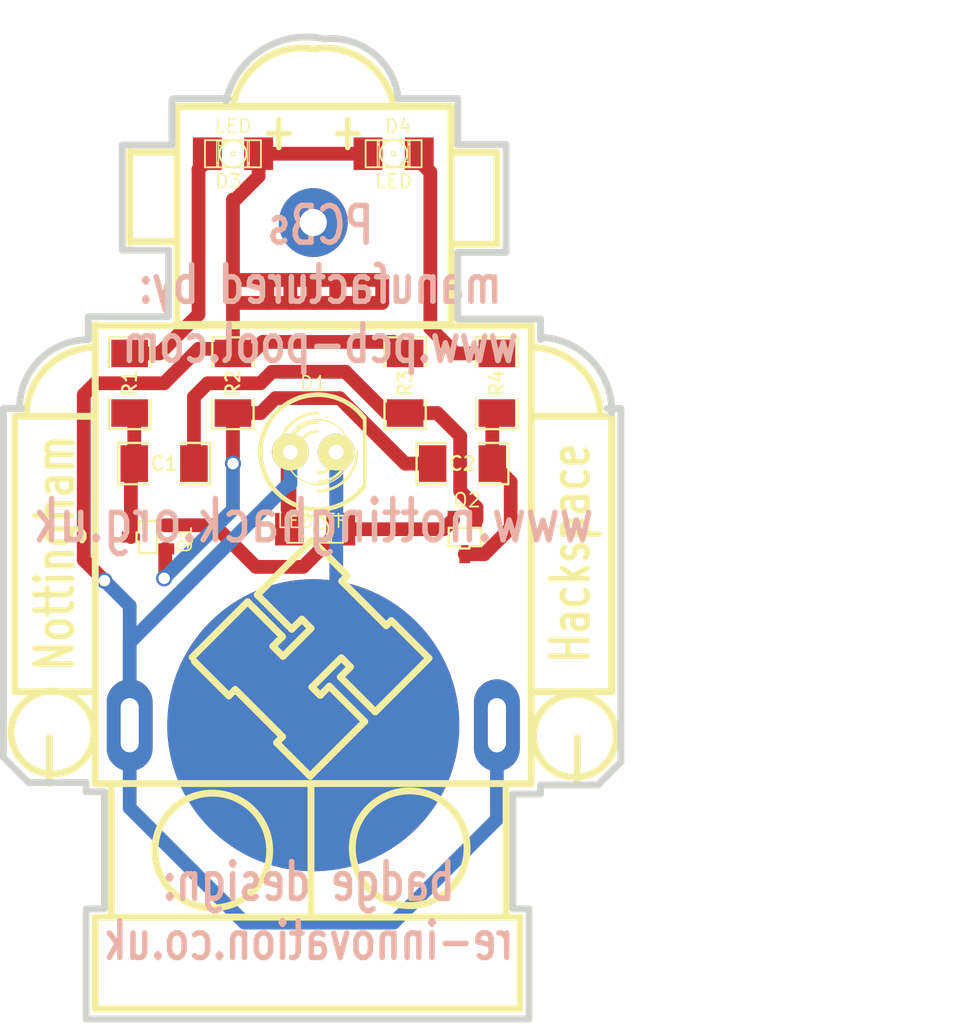
<source format=kicad_pcb>
(kicad_pcb (version 3) (host pcbnew "(2013-07-07 BZR 4022)-stable")

  (general
    (links 21)
    (no_connects 0)
    (area 71.762258 69.659499 115.764733 124.269501)
    (thickness 1.6002)
    (drawings 83)
    (tracks 111)
    (zones 0)
    (modules 15)
    (nets 9)
  )

  (page A4)
  (layers
    (15 Front signal)
    (0 Back signal)
    (16 B.Adhes user)
    (17 F.Adhes user)
    (18 B.Paste user)
    (19 F.Paste user)
    (20 B.SilkS user)
    (21 F.SilkS user)
    (22 B.Mask user)
    (23 F.Mask user)
    (24 Dwgs.User user)
    (25 Cmts.User user)
    (26 Eco1.User user)
    (27 Eco2.User user)
    (28 Edge.Cuts user)
  )

  (setup
    (last_trace_width 0.762)
    (trace_clearance 0.254)
    (zone_clearance 0.508)
    (zone_45_only no)
    (trace_min 0.2032)
    (segment_width 0.381)
    (edge_width 0.381)
    (via_size 0.889)
    (via_drill 0.635)
    (via_min_size 0.889)
    (via_min_drill 0.508)
    (uvia_size 0.508)
    (uvia_drill 0.127)
    (uvias_allowed no)
    (uvia_min_size 0.508)
    (uvia_min_drill 0.127)
    (pcb_text_width 0.3048)
    (pcb_text_size 1.524 2.032)
    (mod_edge_width 0.381)
    (mod_text_size 1.524 1.524)
    (mod_text_width 0.3048)
    (pad_size 16.15948 16.15948)
    (pad_drill 0)
    (pad_to_mask_clearance 0.254)
    (aux_axis_origin 0 0)
    (visible_elements FFFFFFBF)
    (pcbplotparams
      (layerselection 284196865)
      (usegerberextensions true)
      (excludeedgelayer true)
      (linewidth 0.150000)
      (plotframeref false)
      (viasonmask false)
      (mode 1)
      (useauxorigin false)
      (hpglpennumber 1)
      (hpglpenspeed 20)
      (hpglpendiameter 15)
      (hpglpenoverlay 0)
      (psnegative false)
      (psa4output false)
      (plotreference true)
      (plotvalue true)
      (plotothertext true)
      (plotinvisibletext false)
      (padsonsilk false)
      (subtractmaskfromsilk false)
      (outputformat 1)
      (mirror false)
      (drillshape 1)
      (scaleselection 1)
      (outputdirectory badgeMirrored/))
  )

  (net 0 "")
  (net 1 GND)
  (net 2 N-000003)
  (net 3 N-000004)
  (net 4 N-000005)
  (net 5 N-000006)
  (net 6 N-000007)
  (net 7 N-000008)
  (net 8 N-000009)

  (net_class Default "This is the default net class."
    (clearance 0.254)
    (trace_width 0.762)
    (via_dia 0.889)
    (via_drill 0.635)
    (uvia_dia 0.508)
    (uvia_drill 0.127)
    (add_net "")
    (add_net GND)
    (add_net N-000003)
    (add_net N-000004)
    (add_net N-000005)
    (add_net N-000006)
    (add_net N-000007)
    (add_net N-000008)
    (add_net N-000009)
  )

  (module Batt_conn_20mm_largepad (layer Front) (tedit 4FBFB435) (tstamp 4FBA246C)
    (at 92.71 107.823)
    (path /4FBA1C6F)
    (fp_text reference BT1 (at 0.254 -11.938) (layer F.SilkS) hide
      (effects (font (size 1.524 1.524) (thickness 0.3048)))
    )
    (fp_text value BATTERY (at 0 -8.636) (layer F.SilkS) hide
      (effects (font (size 1.524 1.524) (thickness 0.3048)))
    )
    (pad 1 thru_hole oval (at -10.16 0) (size 2.54 5.08) (drill oval 1.00076 2.99974)
      (layers *.Cu *.Mask)
      (net 6 N-000007)
    )
    (pad 1 thru_hole oval (at 10.16 0) (size 2.54 5.08) (drill oval 1.00076 2.99974)
      (layers *.Cu *.Mask)
      (net 6 N-000007)
    )
    (pad 2 thru_hole circle (at 0 0) (size 16.15948 16.15948)
      (layers Back B.Mask)
      (net 1 GND)
      (clearance 0.254)
    )
  )

  (module robot (layer Front) (tedit 4FBF7B18) (tstamp 53EBBC9B)
    (at 89.535 83.1088)
    (path /4FBA1C6F)
    (fp_text reference RB1 (at 20.955 -3.81) (layer F.SilkS) hide
      (effects (font (size 1.524 1.524) (thickness 0.3048)))
    )
    (fp_text value ROBOT (at 21.59 -6.985) (layer F.SilkS) hide
      (effects (font (size 1.524 1.524) (thickness 0.3048)))
    )
    (fp_arc (start 2.54 -8.89) (end 3.175 -12.7) (angle -90) (layer F.SilkS) (width 0.381))
    (fp_arc (start 3.81 -8.89) (end 3.175 -12.7) (angle 90) (layer F.SilkS) (width 0.381))
    (fp_line (start 13.843 35.306) (end 13.843 27.94) (layer F.SilkS) (width 0.381))
    (fp_line (start -8.001 35.306) (end -8.001 27.94) (layer F.SilkS) (width 0.381))
    (fp_line (start 3.048 35.179) (end 3.048 27.94) (layer F.SilkS) (width 0.381))
    (fp_arc (start -8.89 7.62) (end -8.89 3.81) (angle -90) (layer F.SilkS) (width 0.381))
    (fp_line (start -13.335 22.86) (end -8.89 22.86) (layer F.SilkS) (width 0.381))
    (fp_line (start -13.335 7.62) (end -13.335 22.86) (layer F.SilkS) (width 0.381))
    (fp_line (start -8.89 7.62) (end -13.335 7.62) (layer F.SilkS) (width 0.381))
    (fp_circle (center -11.2522 25.1206) (end -12.5222 27.0256) (layer F.SilkS) (width 0.381))
    (fp_line (start -11.43 27.94) (end -11.43 25.4) (layer F.SilkS) (width 0.381))
    (fp_line (start -6.985 -2.0574) (end -4.445 -2.0574) (layer F.SilkS) (width 0.381))
    (fp_line (start -6.985 -7.0612) (end -6.985 -1.9812) (layer F.SilkS) (width 0.381))
    (fp_line (start -4.445 -6.985) (end -6.985 -6.985) (layer F.SilkS) (width 0.381))
    (fp_line (start 10.795 -6.985) (end 13.335 -6.985) (layer F.SilkS) (width 0.381))
    (fp_line (start 13.335 -6.985) (end 13.335 -1.905) (layer F.SilkS) (width 0.381))
    (fp_line (start 13.335 -1.905) (end 10.795 -1.905) (layer F.SilkS) (width 0.381))
    (fp_circle (center -2.413 31.6484) (end 0.762 31.6484) (layer F.SilkS) (width 0.381))
    (fp_circle (center 8.509 31.5214) (end 11.684 31.5214) (layer F.SilkS) (width 0.381))
    (fp_line (start -8.89 35.3314) (end 14.605 35.3314) (layer F.SilkS) (width 0.381))
    (fp_line (start 14.605 35.3314) (end 14.605 40.4114) (layer F.SilkS) (width 0.381))
    (fp_line (start 14.605 40.4114) (end -8.89 40.4114) (layer F.SilkS) (width 0.381))
    (fp_line (start -8.89 40.4114) (end -8.89 35.9664) (layer F.SilkS) (width 0.381))
    (fp_line (start -8.89 35.9664) (end -8.89 35.3314) (layer F.SilkS) (width 0.381))
    (fp_line (start -6.985 35.3314) (end 12.7 35.3314) (layer F.SilkS) (width 0.381))
    (fp_line (start 12.7 35.3314) (end 13.335 35.3314) (layer F.SilkS) (width 0.381))
    (fp_line (start 17.78 27.94) (end 17.78 25.4) (layer F.SilkS) (width 0.381))
    (fp_circle (center 17.653 25.2984) (end 18.923 27.2034) (layer F.SilkS) (width 0.381))
    (fp_line (start 15.24 7.62) (end 19.685 7.62) (layer F.SilkS) (width 0.381))
    (fp_line (start 19.685 7.62) (end 19.685 22.86) (layer F.SilkS) (width 0.381))
    (fp_line (start 19.685 22.86) (end 15.24 22.86) (layer F.SilkS) (width 0.381))
    (fp_arc (start 15.24 7.62) (end 15.24 3.81) (angle 90) (layer F.SilkS) (width 0.381))
    (fp_line (start -8.89 2.6162) (end 15.24 2.6162) (layer F.SilkS) (width 0.381))
    (fp_line (start -8.89 2.54) (end -8.89 27.94) (layer F.SilkS) (width 0.381))
    (fp_line (start -8.89 27.94) (end 15.24 27.94) (layer F.SilkS) (width 0.381))
    (fp_line (start 15.24 27.94) (end 15.24 2.54) (layer F.SilkS) (width 0.381))
    (fp_line (start -4.3688 2.54) (end -4.3688 -9.525) (layer F.SilkS) (width 0.381))
    (fp_line (start -4.445 -9.525) (end 10.795 -9.525) (layer F.SilkS) (width 0.381))
    (fp_line (start 10.795 -9.525) (end 10.795 2.54) (layer F.SilkS) (width 0.381))
    (fp_line (start 10.795 2.54) (end -4.445 2.54) (layer F.SilkS) (width 0.381))
    (fp_line (start 4.445 2.54) (end -4.445 2.54) (layer F.SilkS) (width 0.381))
  )

  (module LED-5MM_larg_pad (layer Front) (tedit 4FBF77FC) (tstamp 4FBA2467)
    (at 92.71 92.71)
    (descr "LED 5mm - Lead pitch 100mil (2,54mm)")
    (tags "LED led 5mm 5MM 100mil 2,54mm")
    (path /4FBA1BD7)
    (attr virtual)
    (fp_text reference D1 (at 0 -3.81) (layer F.SilkS)
      (effects (font (size 0.762 0.762) (thickness 0.0889)))
    )
    (fp_text value LED_TH (at 0 3.81) (layer F.SilkS)
      (effects (font (size 0.762 0.762) (thickness 0.0889)))
    )
    (fp_line (start 2.8448 1.905) (end 2.8448 -1.905) (layer F.SilkS) (width 0.2032))
    (fp_circle (center 0.254 0) (end -1.016 1.27) (layer F.SilkS) (width 0.0762))
    (fp_arc (start 0.254 0) (end 2.794 1.905) (angle 286.2) (layer F.SilkS) (width 0.254))
    (fp_arc (start 0.254 0) (end -0.889 0) (angle 90) (layer F.SilkS) (width 0.1524))
    (fp_arc (start 0.254 0) (end 1.397 0) (angle 90) (layer F.SilkS) (width 0.1524))
    (fp_arc (start 0.254 0) (end -1.397 0) (angle 90) (layer F.SilkS) (width 0.1524))
    (fp_arc (start 0.254 0) (end 1.905 0) (angle 90) (layer F.SilkS) (width 0.1524))
    (fp_arc (start 0.254 0) (end -1.905 0) (angle 90) (layer F.SilkS) (width 0.1524))
    (fp_arc (start 0.254 0) (end 2.413 0) (angle 90) (layer F.SilkS) (width 0.1524))
    (pad 1 thru_hole circle (at -1.27 0) (size 2.032 2.032) (drill 0.8128)
      (layers *.Cu *.Mask F.Paste F.SilkS)
      (net 6 N-000007)
    )
    (pad 2 thru_hole circle (at 1.27 0) (size 2.032 2.032) (drill 0.8128)
      (layers *.Cu *.Mask F.Paste F.SilkS)
      (net 1 GND)
    )
    (model discret/leds/led5_vertical_verde.wrl
      (at (xyz 0 0 0))
      (scale (xyz 1 1 1))
      (rotate (xyz 0 0 0))
    )
  )

  (module SOT323 (layer Front) (tedit 4FBA27E5) (tstamp 4FBA2459)
    (at 83.566 97.409 270)
    (tags "SMD SOT")
    (path /4FBFAE05)
    (attr smd)
    (fp_text reference Q1 (at 0.127 -2.032 270) (layer F.SilkS)
      (effects (font (size 0.762 0.762) (thickness 0.09906)))
    )
    (fp_text value NPN_S0323 (at 0 0 270) (layer F.SilkS) hide
      (effects (font (size 0.70104 0.70104) (thickness 0.09906)))
    )
    (fp_line (start 0.254 0.508) (end 0.889 0.508) (layer F.SilkS) (width 0.127))
    (fp_line (start 0.889 0.508) (end 0.889 -0.508) (layer F.SilkS) (width 0.127))
    (fp_line (start -0.889 -0.508) (end -0.889 0.508) (layer F.SilkS) (width 0.127))
    (fp_line (start -0.889 0.508) (end -0.254 0.508) (layer F.SilkS) (width 0.127))
    (fp_line (start 0.254 0.635) (end 0.254 0.508) (layer F.SilkS) (width 0.127))
    (fp_line (start -0.254 0.508) (end -0.254 0.635) (layer F.SilkS) (width 0.127))
    (fp_line (start 0.889 -0.508) (end -0.889 -0.508) (layer F.SilkS) (width 0.127))
    (fp_line (start -0.254 0.635) (end 0.254 0.635) (layer F.SilkS) (width 0.127))
    (pad 2 smd rect (at -0.65024 -0.94996 270) (size 0.59944 1.00076)
      (layers Front F.Paste F.Mask)
      (net 1 GND)
    )
    (pad 1 smd rect (at 0.65024 -0.94996 270) (size 0.59944 1.00076)
      (layers Front F.Paste F.Mask)
      (net 3 N-000004)
    )
    (pad 3 smd rect (at 0 0.94996 270) (size 0.59944 1.00076)
      (layers Front F.Paste F.Mask)
      (net 2 N-000003)
    )
    (model smd/SOT323.wrl
      (at (xyz 0 0 0.001))
      (scale (xyz 0.3937 0.3937 0.3937))
      (rotate (xyz 0 0 0))
    )
  )

  (module SOT323 (layer Front) (tedit 450AC34A) (tstamp 4FBA245B)
    (at 101.092 97.409)
    (tags "SMD SOT")
    (path /4FBFADFF)
    (attr smd)
    (fp_text reference Q2 (at 0.127 -2.032) (layer F.SilkS)
      (effects (font (size 0.762 0.762) (thickness 0.09906)))
    )
    (fp_text value NPN_S0323 (at 0 0) (layer F.SilkS) hide
      (effects (font (size 0.70104 0.70104) (thickness 0.09906)))
    )
    (fp_line (start 0.254 0.508) (end 0.889 0.508) (layer F.SilkS) (width 0.127))
    (fp_line (start 0.889 0.508) (end 0.889 -0.508) (layer F.SilkS) (width 0.127))
    (fp_line (start -0.889 -0.508) (end -0.889 0.508) (layer F.SilkS) (width 0.127))
    (fp_line (start -0.889 0.508) (end -0.254 0.508) (layer F.SilkS) (width 0.127))
    (fp_line (start 0.254 0.635) (end 0.254 0.508) (layer F.SilkS) (width 0.127))
    (fp_line (start -0.254 0.508) (end -0.254 0.635) (layer F.SilkS) (width 0.127))
    (fp_line (start 0.889 -0.508) (end -0.889 -0.508) (layer F.SilkS) (width 0.127))
    (fp_line (start -0.254 0.635) (end 0.254 0.635) (layer F.SilkS) (width 0.127))
    (pad 2 smd rect (at -0.65024 -0.94996) (size 0.59944 1.00076)
      (layers Front F.Paste F.Mask)
      (net 1 GND)
    )
    (pad 1 smd rect (at 0.65024 -0.94996) (size 0.59944 1.00076)
      (layers Front F.Paste F.Mask)
      (net 8 N-000009)
    )
    (pad 3 smd rect (at 0 0.94996) (size 0.59944 1.00076)
      (layers Front F.Paste F.Mask)
      (net 4 N-000005)
    )
    (model smd/SOT323.wrl
      (at (xyz 0 0 0.001))
      (scale (xyz 0.3937 0.3937 0.3937))
      (rotate (xyz 0 0 0))
    )
  )

  (module SM1206 (layer Front) (tedit 42806E24) (tstamp 4FBA245C)
    (at 84.455 93.345)
    (path /4D2AEDDB)
    (attr smd)
    (fp_text reference C1 (at 0 0) (layer F.SilkS)
      (effects (font (size 0.762 0.762) (thickness 0.127)))
    )
    (fp_text value 47u (at 0 0) (layer F.SilkS) hide
      (effects (font (size 0.762 0.762) (thickness 0.127)))
    )
    (fp_line (start -2.54 -1.143) (end -2.54 1.143) (layer F.SilkS) (width 0.127))
    (fp_line (start -2.54 1.143) (end -0.889 1.143) (layer F.SilkS) (width 0.127))
    (fp_line (start 0.889 -1.143) (end 2.54 -1.143) (layer F.SilkS) (width 0.127))
    (fp_line (start 2.54 -1.143) (end 2.54 1.143) (layer F.SilkS) (width 0.127))
    (fp_line (start 2.54 1.143) (end 0.889 1.143) (layer F.SilkS) (width 0.127))
    (fp_line (start -0.889 -1.143) (end -2.54 -1.143) (layer F.SilkS) (width 0.127))
    (pad 1 smd rect (at -1.651 0) (size 1.524 2.032)
      (layers Front F.Paste F.Mask)
      (net 2 N-000003)
    )
    (pad 2 smd rect (at 1.651 0) (size 1.524 2.032)
      (layers Front F.Paste F.Mask)
      (net 8 N-000009)
    )
    (model smd/chip_cms.wrl
      (at (xyz 0 0 0))
      (scale (xyz 0.17 0.16 0.16))
      (rotate (xyz 0 0 0))
    )
  )

  (module SM1206 (layer Front) (tedit 42806E24) (tstamp 4FBA245E)
    (at 100.965 93.345 180)
    (path /4D2AEDDD)
    (attr smd)
    (fp_text reference C2 (at 0 0 180) (layer F.SilkS)
      (effects (font (size 0.762 0.762) (thickness 0.127)))
    )
    (fp_text value 47u (at 0 0 180) (layer F.SilkS) hide
      (effects (font (size 0.762 0.762) (thickness 0.127)))
    )
    (fp_line (start -2.54 -1.143) (end -2.54 1.143) (layer F.SilkS) (width 0.127))
    (fp_line (start -2.54 1.143) (end -0.889 1.143) (layer F.SilkS) (width 0.127))
    (fp_line (start 0.889 -1.143) (end 2.54 -1.143) (layer F.SilkS) (width 0.127))
    (fp_line (start 2.54 -1.143) (end 2.54 1.143) (layer F.SilkS) (width 0.127))
    (fp_line (start 2.54 1.143) (end 0.889 1.143) (layer F.SilkS) (width 0.127))
    (fp_line (start -0.889 -1.143) (end -2.54 -1.143) (layer F.SilkS) (width 0.127))
    (pad 1 smd rect (at -1.651 0 180) (size 1.524 2.032)
      (layers Front F.Paste F.Mask)
      (net 4 N-000005)
    )
    (pad 2 smd rect (at 1.651 0 180) (size 1.524 2.032)
      (layers Front F.Paste F.Mask)
      (net 3 N-000004)
    )
    (model smd/chip_cms.wrl
      (at (xyz 0 0 0))
      (scale (xyz 0.17 0.16 0.16))
      (rotate (xyz 0 0 0))
    )
  )

  (module SM1206 (layer Front) (tedit 42806E24) (tstamp 4FBA2460)
    (at 82.55 88.9 270)
    (path /4D2AEE0C)
    (attr smd)
    (fp_text reference R1 (at 0 0 270) (layer F.SilkS)
      (effects (font (size 0.762 0.762) (thickness 0.127)))
    )
    (fp_text value 470 (at 0 0 270) (layer F.SilkS) hide
      (effects (font (size 0.762 0.762) (thickness 0.127)))
    )
    (fp_line (start -2.54 -1.143) (end -2.54 1.143) (layer F.SilkS) (width 0.127))
    (fp_line (start -2.54 1.143) (end -0.889 1.143) (layer F.SilkS) (width 0.127))
    (fp_line (start 0.889 -1.143) (end 2.54 -1.143) (layer F.SilkS) (width 0.127))
    (fp_line (start 2.54 -1.143) (end 2.54 1.143) (layer F.SilkS) (width 0.127))
    (fp_line (start 2.54 1.143) (end 0.889 1.143) (layer F.SilkS) (width 0.127))
    (fp_line (start -0.889 -1.143) (end -2.54 -1.143) (layer F.SilkS) (width 0.127))
    (pad 1 smd rect (at -1.651 0 270) (size 1.524 2.032)
      (layers Front F.Paste F.Mask)
      (net 5 N-000006)
    )
    (pad 2 smd rect (at 1.651 0 270) (size 1.524 2.032)
      (layers Front F.Paste F.Mask)
      (net 2 N-000003)
    )
    (model smd/chip_cms.wrl
      (at (xyz 0 0 0))
      (scale (xyz 0.17 0.16 0.16))
      (rotate (xyz 0 0 0))
    )
  )

  (module SM1206 (layer Front) (tedit 42806E24) (tstamp 4FBA2462)
    (at 88.265 88.9 270)
    (path /4D2AEE0E)
    (attr smd)
    (fp_text reference R2 (at 0 0 270) (layer F.SilkS)
      (effects (font (size 0.762 0.762) (thickness 0.127)))
    )
    (fp_text value 10k (at 0 0 270) (layer F.SilkS) hide
      (effects (font (size 0.762 0.762) (thickness 0.127)))
    )
    (fp_line (start -2.54 -1.143) (end -2.54 1.143) (layer F.SilkS) (width 0.127))
    (fp_line (start -2.54 1.143) (end -0.889 1.143) (layer F.SilkS) (width 0.127))
    (fp_line (start 0.889 -1.143) (end 2.54 -1.143) (layer F.SilkS) (width 0.127))
    (fp_line (start 2.54 -1.143) (end 2.54 1.143) (layer F.SilkS) (width 0.127))
    (fp_line (start 2.54 1.143) (end 0.889 1.143) (layer F.SilkS) (width 0.127))
    (fp_line (start -0.889 -1.143) (end -2.54 -1.143) (layer F.SilkS) (width 0.127))
    (pad 1 smd rect (at -1.651 0 270) (size 1.524 2.032)
      (layers Front F.Paste F.Mask)
      (net 6 N-000007)
    )
    (pad 2 smd rect (at 1.651 0 270) (size 1.524 2.032)
      (layers Front F.Paste F.Mask)
      (net 3 N-000004)
    )
    (model smd/chip_cms.wrl
      (at (xyz 0 0 0))
      (scale (xyz 0.17 0.16 0.16))
      (rotate (xyz 0 0 0))
    )
  )

  (module SM1206 (layer Front) (tedit 42806E24) (tstamp 4FBA2464)
    (at 97.79 88.9 270)
    (path /4D2AEE11)
    (attr smd)
    (fp_text reference R3 (at 0 0 270) (layer F.SilkS)
      (effects (font (size 0.762 0.762) (thickness 0.127)))
    )
    (fp_text value 10k (at 0 0 270) (layer F.SilkS) hide
      (effects (font (size 0.762 0.762) (thickness 0.127)))
    )
    (fp_line (start -2.54 -1.143) (end -2.54 1.143) (layer F.SilkS) (width 0.127))
    (fp_line (start -2.54 1.143) (end -0.889 1.143) (layer F.SilkS) (width 0.127))
    (fp_line (start 0.889 -1.143) (end 2.54 -1.143) (layer F.SilkS) (width 0.127))
    (fp_line (start 2.54 -1.143) (end 2.54 1.143) (layer F.SilkS) (width 0.127))
    (fp_line (start 2.54 1.143) (end 0.889 1.143) (layer F.SilkS) (width 0.127))
    (fp_line (start -0.889 -1.143) (end -2.54 -1.143) (layer F.SilkS) (width 0.127))
    (pad 1 smd rect (at -1.651 0 270) (size 1.524 2.032)
      (layers Front F.Paste F.Mask)
      (net 6 N-000007)
    )
    (pad 2 smd rect (at 1.651 0 270) (size 1.524 2.032)
      (layers Front F.Paste F.Mask)
      (net 8 N-000009)
    )
    (model smd/chip_cms.wrl
      (at (xyz 0 0 0))
      (scale (xyz 0.17 0.16 0.16))
      (rotate (xyz 0 0 0))
    )
  )

  (module SM1206 (layer Front) (tedit 42806E24) (tstamp 4FBA2466)
    (at 102.87 88.9 270)
    (path /4D2AEE13)
    (attr smd)
    (fp_text reference R4 (at 0 0 270) (layer F.SilkS)
      (effects (font (size 0.762 0.762) (thickness 0.127)))
    )
    (fp_text value 470 (at 0 0 270) (layer F.SilkS) hide
      (effects (font (size 0.762 0.762) (thickness 0.127)))
    )
    (fp_line (start -2.54 -1.143) (end -2.54 1.143) (layer F.SilkS) (width 0.127))
    (fp_line (start -2.54 1.143) (end -0.889 1.143) (layer F.SilkS) (width 0.127))
    (fp_line (start 0.889 -1.143) (end 2.54 -1.143) (layer F.SilkS) (width 0.127))
    (fp_line (start 2.54 -1.143) (end 2.54 1.143) (layer F.SilkS) (width 0.127))
    (fp_line (start 2.54 1.143) (end 0.889 1.143) (layer F.SilkS) (width 0.127))
    (fp_line (start -0.889 -1.143) (end -2.54 -1.143) (layer F.SilkS) (width 0.127))
    (pad 1 smd rect (at -1.651 0 270) (size 1.524 2.032)
      (layers Front F.Paste F.Mask)
      (net 7 N-000008)
    )
    (pad 2 smd rect (at 1.651 0 270) (size 1.524 2.032)
      (layers Front F.Paste F.Mask)
      (net 4 N-000005)
    )
    (model smd/chip_cms.wrl
      (at (xyz 0 0 0))
      (scale (xyz 0.17 0.16 0.16))
      (rotate (xyz 0 0 0))
    )
  )

  (module LED-1206 (layer Front) (tedit 4FBA50FE) (tstamp 4FBA2468)
    (at 92.8116 96.9772)
    (descr "LED 1206 smd package")
    (tags "LED1206 SMD")
    (path /4FBA1C9E)
    (attr smd)
    (fp_text reference D2 (at 0.254 -1.524) (layer F.SilkS) hide
      (effects (font (size 0.762 0.762) (thickness 0.0889)))
    )
    (fp_text value LED_SMD (at 0 1.524) (layer F.SilkS) hide
      (effects (font (size 0.762 0.762) (thickness 0.0889)))
    )
    (fp_line (start -0.09906 0.09906) (end 0.09906 0.09906) (layer F.SilkS) (width 0.06604))
    (fp_line (start 0.09906 0.09906) (end 0.09906 -0.09906) (layer F.SilkS) (width 0.06604))
    (fp_line (start -0.09906 -0.09906) (end 0.09906 -0.09906) (layer F.SilkS) (width 0.06604))
    (fp_line (start -0.09906 0.09906) (end -0.09906 -0.09906) (layer F.SilkS) (width 0.06604))
    (fp_line (start 0.44958 0.6985) (end 0.79756 0.6985) (layer F.SilkS) (width 0.06604))
    (fp_line (start 0.79756 0.6985) (end 0.79756 0.44958) (layer F.SilkS) (width 0.06604))
    (fp_line (start 0.44958 0.44958) (end 0.79756 0.44958) (layer F.SilkS) (width 0.06604))
    (fp_line (start 0.44958 0.6985) (end 0.44958 0.44958) (layer F.SilkS) (width 0.06604))
    (fp_line (start 0.79756 0.6985) (end 0.89916 0.6985) (layer F.SilkS) (width 0.06604))
    (fp_line (start 0.89916 0.6985) (end 0.89916 -0.49784) (layer F.SilkS) (width 0.06604))
    (fp_line (start 0.79756 -0.49784) (end 0.89916 -0.49784) (layer F.SilkS) (width 0.06604))
    (fp_line (start 0.79756 0.6985) (end 0.79756 -0.49784) (layer F.SilkS) (width 0.06604))
    (fp_line (start 0.79756 -0.54864) (end 0.89916 -0.54864) (layer F.SilkS) (width 0.06604))
    (fp_line (start 0.89916 -0.54864) (end 0.89916 -0.6985) (layer F.SilkS) (width 0.06604))
    (fp_line (start 0.79756 -0.6985) (end 0.89916 -0.6985) (layer F.SilkS) (width 0.06604))
    (fp_line (start 0.79756 -0.54864) (end 0.79756 -0.6985) (layer F.SilkS) (width 0.06604))
    (fp_line (start -0.89916 0.6985) (end -0.79756 0.6985) (layer F.SilkS) (width 0.06604))
    (fp_line (start -0.79756 0.6985) (end -0.79756 -0.49784) (layer F.SilkS) (width 0.06604))
    (fp_line (start -0.89916 -0.49784) (end -0.79756 -0.49784) (layer F.SilkS) (width 0.06604))
    (fp_line (start -0.89916 0.6985) (end -0.89916 -0.49784) (layer F.SilkS) (width 0.06604))
    (fp_line (start -0.89916 -0.54864) (end -0.79756 -0.54864) (layer F.SilkS) (width 0.06604))
    (fp_line (start -0.79756 -0.54864) (end -0.79756 -0.6985) (layer F.SilkS) (width 0.06604))
    (fp_line (start -0.89916 -0.6985) (end -0.79756 -0.6985) (layer F.SilkS) (width 0.06604))
    (fp_line (start -0.89916 -0.54864) (end -0.89916 -0.6985) (layer F.SilkS) (width 0.06604))
    (fp_line (start 0.44958 0.6985) (end 0.59944 0.6985) (layer F.SilkS) (width 0.06604))
    (fp_line (start 0.59944 0.6985) (end 0.59944 0.44958) (layer F.SilkS) (width 0.06604))
    (fp_line (start 0.44958 0.44958) (end 0.59944 0.44958) (layer F.SilkS) (width 0.06604))
    (fp_line (start 0.44958 0.6985) (end 0.44958 0.44958) (layer F.SilkS) (width 0.06604))
    (fp_line (start 1.5494 0.7493) (end -1.5494 0.7493) (layer F.SilkS) (width 0.1016))
    (fp_line (start -1.5494 0.7493) (end -1.5494 -0.7493) (layer F.SilkS) (width 0.1016))
    (fp_line (start -1.5494 -0.7493) (end 1.5494 -0.7493) (layer F.SilkS) (width 0.1016))
    (fp_line (start 1.5494 -0.7493) (end 1.5494 0.7493) (layer F.SilkS) (width 0.1016))
    (fp_arc (start 0 0) (end 0.54864 0.49784) (angle 95.4) (layer F.SilkS) (width 0.1016))
    (fp_arc (start 0 0) (end -0.54864 0.49784) (angle 84.5) (layer F.SilkS) (width 0.1016))
    (fp_arc (start 0 0) (end -0.54864 -0.49784) (angle 95.4) (layer F.SilkS) (width 0.1016))
    (fp_arc (start 0 0) (end 0.54864 -0.49784) (angle 84.5) (layer F.SilkS) (width 0.1016))
    (pad 1 smd rect (at -1.41986 0) (size 1.59766 1.80086)
      (layers Front F.Paste F.Mask)
      (net 6 N-000007)
    )
    (pad 2 smd rect (at 1.41986 0) (size 1.59766 1.80086)
      (layers Front F.Paste F.Mask)
      (net 1 GND)
    )
  )

  (module 1pin_badge_no_edge (layer Front) (tedit 4DD2929B) (tstamp 4FBA246D)
    (at 92.71 80.01)
    (path /4FBA1DDB)
    (fp_text reference P1 (at -0.254 -3.048) (layer F.SilkS) hide
      (effects (font (size 1.524 1.524) (thickness 0.3048)))
    )
    (fp_text value CONN_1 (at -0.254 3.556) (layer F.SilkS) hide
      (effects (font (size 1.524 1.524) (thickness 0.3048)))
    )
    (pad 1 thru_hole circle (at 0 0) (size 3.81 3.81) (drill 1.50114)
      (layers *.Cu *.Mask)
      (clearance 0.508)
    )
  )

  (module LED-1206 (layer Front) (tedit 49BFA1FF) (tstamp 4FBA2469)
    (at 88.265 76.2 180)
    (descr "LED 1206 smd package")
    (tags "LED1206 SMD")
    (path /4D2AEE03)
    (attr smd)
    (fp_text reference D3 (at 0.254 -1.524 180) (layer F.SilkS)
      (effects (font (size 0.762 0.762) (thickness 0.0889)))
    )
    (fp_text value LED (at 0 1.524 180) (layer F.SilkS)
      (effects (font (size 0.762 0.762) (thickness 0.0889)))
    )
    (fp_line (start -0.09906 0.09906) (end 0.09906 0.09906) (layer F.SilkS) (width 0.06604))
    (fp_line (start 0.09906 0.09906) (end 0.09906 -0.09906) (layer F.SilkS) (width 0.06604))
    (fp_line (start -0.09906 -0.09906) (end 0.09906 -0.09906) (layer F.SilkS) (width 0.06604))
    (fp_line (start -0.09906 0.09906) (end -0.09906 -0.09906) (layer F.SilkS) (width 0.06604))
    (fp_line (start 0.44958 0.6985) (end 0.79756 0.6985) (layer F.SilkS) (width 0.06604))
    (fp_line (start 0.79756 0.6985) (end 0.79756 0.44958) (layer F.SilkS) (width 0.06604))
    (fp_line (start 0.44958 0.44958) (end 0.79756 0.44958) (layer F.SilkS) (width 0.06604))
    (fp_line (start 0.44958 0.6985) (end 0.44958 0.44958) (layer F.SilkS) (width 0.06604))
    (fp_line (start 0.79756 0.6985) (end 0.89916 0.6985) (layer F.SilkS) (width 0.06604))
    (fp_line (start 0.89916 0.6985) (end 0.89916 -0.49784) (layer F.SilkS) (width 0.06604))
    (fp_line (start 0.79756 -0.49784) (end 0.89916 -0.49784) (layer F.SilkS) (width 0.06604))
    (fp_line (start 0.79756 0.6985) (end 0.79756 -0.49784) (layer F.SilkS) (width 0.06604))
    (fp_line (start 0.79756 -0.54864) (end 0.89916 -0.54864) (layer F.SilkS) (width 0.06604))
    (fp_line (start 0.89916 -0.54864) (end 0.89916 -0.6985) (layer F.SilkS) (width 0.06604))
    (fp_line (start 0.79756 -0.6985) (end 0.89916 -0.6985) (layer F.SilkS) (width 0.06604))
    (fp_line (start 0.79756 -0.54864) (end 0.79756 -0.6985) (layer F.SilkS) (width 0.06604))
    (fp_line (start -0.89916 0.6985) (end -0.79756 0.6985) (layer F.SilkS) (width 0.06604))
    (fp_line (start -0.79756 0.6985) (end -0.79756 -0.49784) (layer F.SilkS) (width 0.06604))
    (fp_line (start -0.89916 -0.49784) (end -0.79756 -0.49784) (layer F.SilkS) (width 0.06604))
    (fp_line (start -0.89916 0.6985) (end -0.89916 -0.49784) (layer F.SilkS) (width 0.06604))
    (fp_line (start -0.89916 -0.54864) (end -0.79756 -0.54864) (layer F.SilkS) (width 0.06604))
    (fp_line (start -0.79756 -0.54864) (end -0.79756 -0.6985) (layer F.SilkS) (width 0.06604))
    (fp_line (start -0.89916 -0.6985) (end -0.79756 -0.6985) (layer F.SilkS) (width 0.06604))
    (fp_line (start -0.89916 -0.54864) (end -0.89916 -0.6985) (layer F.SilkS) (width 0.06604))
    (fp_line (start 0.44958 0.6985) (end 0.59944 0.6985) (layer F.SilkS) (width 0.06604))
    (fp_line (start 0.59944 0.6985) (end 0.59944 0.44958) (layer F.SilkS) (width 0.06604))
    (fp_line (start 0.44958 0.44958) (end 0.59944 0.44958) (layer F.SilkS) (width 0.06604))
    (fp_line (start 0.44958 0.6985) (end 0.44958 0.44958) (layer F.SilkS) (width 0.06604))
    (fp_line (start 1.5494 0.7493) (end -1.5494 0.7493) (layer F.SilkS) (width 0.1016))
    (fp_line (start -1.5494 0.7493) (end -1.5494 -0.7493) (layer F.SilkS) (width 0.1016))
    (fp_line (start -1.5494 -0.7493) (end 1.5494 -0.7493) (layer F.SilkS) (width 0.1016))
    (fp_line (start 1.5494 -0.7493) (end 1.5494 0.7493) (layer F.SilkS) (width 0.1016))
    (fp_arc (start 0 0) (end 0.54864 0.49784) (angle 95.4) (layer F.SilkS) (width 0.1016))
    (fp_arc (start 0 0) (end -0.54864 0.49784) (angle 84.5) (layer F.SilkS) (width 0.1016))
    (fp_arc (start 0 0) (end -0.54864 -0.49784) (angle 95.4) (layer F.SilkS) (width 0.1016))
    (fp_arc (start 0 0) (end 0.54864 -0.49784) (angle 84.5) (layer F.SilkS) (width 0.1016))
    (pad 1 smd rect (at -1.41986 0 180) (size 1.59766 1.80086)
      (layers Front F.Paste F.Mask)
      (net 6 N-000007)
    )
    (pad 2 smd rect (at 1.41986 0 180) (size 1.59766 1.80086)
      (layers Front F.Paste F.Mask)
      (net 5 N-000006)
    )
  )

  (module LED-1206 (layer Front) (tedit 49BFA1FF) (tstamp 4FBA246B)
    (at 97.155 76.2)
    (descr "LED 1206 smd package")
    (tags "LED1206 SMD")
    (path /4D2AEE06)
    (attr smd)
    (fp_text reference D4 (at 0.254 -1.524) (layer F.SilkS)
      (effects (font (size 0.762 0.762) (thickness 0.0889)))
    )
    (fp_text value LED (at 0 1.524) (layer F.SilkS)
      (effects (font (size 0.762 0.762) (thickness 0.0889)))
    )
    (fp_line (start -0.09906 0.09906) (end 0.09906 0.09906) (layer F.SilkS) (width 0.06604))
    (fp_line (start 0.09906 0.09906) (end 0.09906 -0.09906) (layer F.SilkS) (width 0.06604))
    (fp_line (start -0.09906 -0.09906) (end 0.09906 -0.09906) (layer F.SilkS) (width 0.06604))
    (fp_line (start -0.09906 0.09906) (end -0.09906 -0.09906) (layer F.SilkS) (width 0.06604))
    (fp_line (start 0.44958 0.6985) (end 0.79756 0.6985) (layer F.SilkS) (width 0.06604))
    (fp_line (start 0.79756 0.6985) (end 0.79756 0.44958) (layer F.SilkS) (width 0.06604))
    (fp_line (start 0.44958 0.44958) (end 0.79756 0.44958) (layer F.SilkS) (width 0.06604))
    (fp_line (start 0.44958 0.6985) (end 0.44958 0.44958) (layer F.SilkS) (width 0.06604))
    (fp_line (start 0.79756 0.6985) (end 0.89916 0.6985) (layer F.SilkS) (width 0.06604))
    (fp_line (start 0.89916 0.6985) (end 0.89916 -0.49784) (layer F.SilkS) (width 0.06604))
    (fp_line (start 0.79756 -0.49784) (end 0.89916 -0.49784) (layer F.SilkS) (width 0.06604))
    (fp_line (start 0.79756 0.6985) (end 0.79756 -0.49784) (layer F.SilkS) (width 0.06604))
    (fp_line (start 0.79756 -0.54864) (end 0.89916 -0.54864) (layer F.SilkS) (width 0.06604))
    (fp_line (start 0.89916 -0.54864) (end 0.89916 -0.6985) (layer F.SilkS) (width 0.06604))
    (fp_line (start 0.79756 -0.6985) (end 0.89916 -0.6985) (layer F.SilkS) (width 0.06604))
    (fp_line (start 0.79756 -0.54864) (end 0.79756 -0.6985) (layer F.SilkS) (width 0.06604))
    (fp_line (start -0.89916 0.6985) (end -0.79756 0.6985) (layer F.SilkS) (width 0.06604))
    (fp_line (start -0.79756 0.6985) (end -0.79756 -0.49784) (layer F.SilkS) (width 0.06604))
    (fp_line (start -0.89916 -0.49784) (end -0.79756 -0.49784) (layer F.SilkS) (width 0.06604))
    (fp_line (start -0.89916 0.6985) (end -0.89916 -0.49784) (layer F.SilkS) (width 0.06604))
    (fp_line (start -0.89916 -0.54864) (end -0.79756 -0.54864) (layer F.SilkS) (width 0.06604))
    (fp_line (start -0.79756 -0.54864) (end -0.79756 -0.6985) (layer F.SilkS) (width 0.06604))
    (fp_line (start -0.89916 -0.6985) (end -0.79756 -0.6985) (layer F.SilkS) (width 0.06604))
    (fp_line (start -0.89916 -0.54864) (end -0.89916 -0.6985) (layer F.SilkS) (width 0.06604))
    (fp_line (start 0.44958 0.6985) (end 0.59944 0.6985) (layer F.SilkS) (width 0.06604))
    (fp_line (start 0.59944 0.6985) (end 0.59944 0.44958) (layer F.SilkS) (width 0.06604))
    (fp_line (start 0.44958 0.44958) (end 0.59944 0.44958) (layer F.SilkS) (width 0.06604))
    (fp_line (start 0.44958 0.6985) (end 0.44958 0.44958) (layer F.SilkS) (width 0.06604))
    (fp_line (start 1.5494 0.7493) (end -1.5494 0.7493) (layer F.SilkS) (width 0.1016))
    (fp_line (start -1.5494 0.7493) (end -1.5494 -0.7493) (layer F.SilkS) (width 0.1016))
    (fp_line (start -1.5494 -0.7493) (end 1.5494 -0.7493) (layer F.SilkS) (width 0.1016))
    (fp_line (start 1.5494 -0.7493) (end 1.5494 0.7493) (layer F.SilkS) (width 0.1016))
    (fp_arc (start 0 0) (end 0.54864 0.49784) (angle 95.4) (layer F.SilkS) (width 0.1016))
    (fp_arc (start 0 0) (end -0.54864 0.49784) (angle 84.5) (layer F.SilkS) (width 0.1016))
    (fp_arc (start 0 0) (end -0.54864 -0.49784) (angle 95.4) (layer F.SilkS) (width 0.1016))
    (fp_arc (start 0 0) (end 0.54864 -0.49784) (angle 84.5) (layer F.SilkS) (width 0.1016))
    (pad 1 smd rect (at -1.41986 0) (size 1.59766 1.80086)
      (layers Front F.Paste F.Mask)
      (net 6 N-000007)
    )
    (pad 2 smd rect (at 1.41986 0) (size 1.59766 1.80086)
      (layers Front F.Paste F.Mask)
      (net 7 N-000008)
    )
  )

  (dimension 53.978735 (width 0.3048) (layer Cmts.User)
    (gr_text "53.979 mm" (at 126.420914 97.237833 89.3259631) (layer Cmts.User)
      (effects (font (size 2.032 1.524) (thickness 0.3048)))
    )
    (feature1 (pts (xy 92.075 123.825) (xy 127.728902 124.244456)))
    (feature2 (pts (xy 92.71 69.85) (xy 128.363902 70.269456)))
    (crossbar (pts (xy 125.112927 70.23121) (xy 124.477927 124.20621)))
    (arrow1a (pts (xy 124.477927 124.20621) (xy 123.904799 123.072886)))
    (arrow1b (pts (xy 124.477927 124.20621) (xy 125.077559 123.086683)))
    (arrow2a (pts (xy 125.112927 70.23121) (xy 124.513295 71.350737)))
    (arrow2b (pts (xy 125.112927 70.23121) (xy 125.686055 71.364534)))
  )
  (dimension 34.29 (width 0.3048) (layer Cmts.User)
    (gr_text "34.290 mm" (at 92.710001 70.129401) (layer Cmts.User)
      (effects (font (size 2.032 1.524) (thickness 0.3048)))
    )
    (feature1 (pts (xy 109.855 95.885) (xy 109.855001 68.503801)))
    (feature2 (pts (xy 75.565 95.885) (xy 75.565001 68.503801)))
    (crossbar (pts (xy 75.565001 71.755001) (xy 109.855001 71.755001)))
    (arrow1a (pts (xy 109.855001 71.755001) (xy 108.728498 72.341421)))
    (arrow1b (pts (xy 109.855001 71.755001) (xy 108.728498 71.168581)))
    (arrow2a (pts (xy 75.565001 71.755001) (xy 76.691504 72.341421)))
    (arrow2b (pts (xy 75.565001 71.755001) (xy 76.691504 71.168581)))
  )
  (gr_text "PCBs\nmanufactured by:\nwww.pcb-pool.com" (at 93.091 83.439) (layer B.SilkS)
    (effects (font (size 2.032 1.524) (thickness 0.3048)) (justify mirror))
  )
  (gr_text + (at 94.615 74.93) (layer F.SilkS)
    (effects (font (size 2.032 1.524) (thickness 0.3048)))
  )
  (gr_text + (at 90.805 74.93) (layer F.SilkS)
    (effects (font (size 2.032 1.524) (thickness 0.3048)))
  )
  (gr_text "badge design:\nre-innovation.co.uk" (at 92.456 118.11) (layer B.SilkS)
    (effects (font (size 2.032 1.524) (thickness 0.3048)) (justify mirror))
  )
  (gr_text www.nottinghack.org.uk (at 92.71 96.52) (layer B.SilkS)
    (effects (font (size 2.286 1.778) (thickness 0.3048)) (justify mirror))
  )
  (gr_arc (start 93.726 73.533) (end 93.345 69.85) (angle 90) (layer Edge.Cuts) (width 0.381))
  (gr_arc (start 92.329 74.295) (end 87.884 73.279) (angle 90) (layer Edge.Cuts) (width 0.381))
  (gr_arc (start 80.264 90.297) (end 76.454 90.297) (angle 90) (layer Edge.Cuts) (width 0.381))
  (gr_line (start 80.264 85.217) (end 80.264 86.487) (angle 90) (layer Edge.Cuts) (width 0.381))
  (gr_line (start 84.709 85.217) (end 80.264 85.217) (angle 90) (layer Edge.Cuts) (width 0.381))
  (gr_line (start 84.709 81.534) (end 84.709 85.217) (angle 90) (layer Edge.Cuts) (width 0.381))
  (gr_line (start 75.565 90.297) (end 76.581 90.297) (angle 90) (layer Edge.Cuts) (width 0.381))
  (gr_line (start 75.565 109.601) (end 75.565 90.297) (angle 90) (layer Edge.Cuts) (width 0.381))
  (gr_line (start 76.962 110.998) (end 75.565 109.601) (angle 90) (layer Edge.Cuts) (width 0.381))
  (gr_line (start 80.137 110.998) (end 76.962 110.998) (angle 90) (layer Edge.Cuts) (width 0.381))
  (gr_line (start 80.137 111.506) (end 80.137 110.998) (angle 90) (layer Edge.Cuts) (width 0.381))
  (gr_line (start 81.153 111.506) (end 80.137 111.506) (angle 90) (layer Edge.Cuts) (width 0.381))
  (gr_line (start 81.153 117.983) (end 81.153 111.506) (angle 90) (layer Edge.Cuts) (width 0.381))
  (gr_line (start 80.137 117.983) (end 81.153 117.983) (angle 90) (layer Edge.Cuts) (width 0.381))
  (gr_line (start 80.137 124.079) (end 80.137 117.983) (angle 90) (layer Edge.Cuts) (width 0.381))
  (gr_line (start 104.648 124.079) (end 80.137 124.079) (angle 90) (layer Edge.Cuts) (width 0.381))
  (gr_line (start 104.648 117.983) (end 104.648 124.079) (angle 90) (layer Edge.Cuts) (width 0.381))
  (gr_line (start 103.759 117.983) (end 104.648 117.983) (angle 90) (layer Edge.Cuts) (width 0.381))
  (gr_line (start 103.759 111.633) (end 103.759 117.983) (angle 90) (layer Edge.Cuts) (width 0.381))
  (gr_line (start 105.283 111.633) (end 103.759 111.633) (angle 90) (layer Edge.Cuts) (width 0.381))
  (gr_line (start 105.283 111.125) (end 105.283 111.633) (angle 90) (layer Edge.Cuts) (width 0.381))
  (gr_line (start 108.458 111.125) (end 105.283 111.125) (angle 90) (layer Edge.Cuts) (width 0.381))
  (gr_line (start 109.728 109.855) (end 108.458 111.125) (angle 90) (layer Edge.Cuts) (width 0.381))
  (gr_line (start 109.728 90.297) (end 109.728 109.855) (angle 90) (layer Edge.Cuts) (width 0.381))
  (gr_line (start 108.966 90.297) (end 109.728 90.297) (angle 90) (layer Edge.Cuts) (width 0.381))
  (gr_line (start 105.283 85.344) (end 105.283 86.487) (angle 90) (layer Edge.Cuts) (width 0.381))
  (gr_line (start 100.711 85.344) (end 105.283 85.344) (angle 90) (layer Edge.Cuts) (width 0.381))
  (gr_line (start 100.711 81.661) (end 100.711 85.344) (angle 90) (layer Edge.Cuts) (width 0.381))
  (gr_line (start 103.378 81.661) (end 100.711 81.661) (angle 90) (layer Edge.Cuts) (width 0.381))
  (gr_line (start 103.378 75.692) (end 103.378 81.661) (angle 90) (layer Edge.Cuts) (width 0.381))
  (gr_line (start 100.711 75.692) (end 103.378 75.692) (angle 90) (layer Edge.Cuts) (width 0.381))
  (gr_line (start 100.711 73.152) (end 100.711 75.692) (angle 90) (layer Edge.Cuts) (width 0.381))
  (gr_line (start 97.409 73.152) (end 100.711 73.152) (angle 90) (layer Edge.Cuts) (width 0.381))
  (gr_line (start 84.963 73.152) (end 88.011 73.152) (angle 90) (layer Edge.Cuts) (width 0.381))
  (gr_arc (start 105.156 90.424) (end 105.283 86.36) (angle 90) (layer Edge.Cuts) (width 0.381))
  (gr_text Hackspace (at 106.934 98.298 90) (layer F.SilkS)
    (effects (font (size 2.032 1.524) (thickness 0.3048)))
  )
  (gr_text Nottingham (at 78.4098 98.298 90) (layer F.SilkS)
    (effects (font (size 2.032 1.524) (thickness 0.3048)))
  )
  (gr_line (start 84.8868 75.7174) (end 84.8868 73.2536) (angle 90) (layer Edge.Cuts) (width 0.381))
  (gr_line (start 82.1436 75.7174) (end 84.8868 75.7174) (angle 90) (layer Edge.Cuts) (width 0.381))
  (gr_line (start 82.1436 81.534) (end 82.1436 75.7174) (angle 90) (layer Edge.Cuts) (width 0.381))
  (gr_line (start 84.709 81.534) (end 82.1436 81.534) (angle 90) (layer Edge.Cuts) (width 0.381))
  (gr_line (start 86.0044 104.0638) (end 89.0778 100.9904) (angle 90) (layer F.SilkS) (width 0.381))
  (gr_line (start 89.0778 100.9904) (end 91.0082 102.9208) (angle 90) (layer F.SilkS) (width 0.381))
  (gr_line (start 91.0082 102.9208) (end 90.4748 103.4542) (angle 90) (layer F.SilkS) (width 0.381))
  (gr_line (start 90.4748 103.4542) (end 91.0336 104.013) (angle 90) (layer F.SilkS) (width 0.381))
  (gr_line (start 91.0336 104.013) (end 92.583 102.4636) (angle 90) (layer F.SilkS) (width 0.381))
  (gr_line (start 92.583 102.4636) (end 92.1512 102.0318) (angle 90) (layer F.SilkS) (width 0.381))
  (gr_line (start 92.1512 102.0318) (end 92.075 101.9556) (angle 90) (layer F.SilkS) (width 0.381))
  (gr_line (start 92.075 101.9556) (end 91.5162 102.5144) (angle 90) (layer F.SilkS) (width 0.381))
  (gr_line (start 91.5162 102.5144) (end 89.6112 100.6094) (angle 90) (layer F.SilkS) (width 0.381))
  (gr_line (start 89.6112 100.6094) (end 92.6338 97.5868) (angle 90) (layer F.SilkS) (width 0.381))
  (gr_line (start 92.6338 97.5868) (end 94.5896 99.5426) (angle 90) (layer F.SilkS) (width 0.381))
  (gr_line (start 94.5896 99.5426) (end 94.2848 99.8474) (angle 90) (layer F.SilkS) (width 0.381))
  (gr_line (start 94.2848 99.8474) (end 96.7486 102.3112) (angle 90) (layer F.SilkS) (width 0.381))
  (gr_line (start 96.7486 102.3112) (end 97.028 102.0318) (angle 90) (layer F.SilkS) (width 0.381))
  (gr_line (start 97.028 102.0318) (end 99.1108 104.1146) (angle 90) (layer F.SilkS) (width 0.381))
  (gr_line (start 99.1108 104.1146) (end 96.139 107.0864) (angle 90) (layer F.SilkS) (width 0.381))
  (gr_line (start 96.139 107.0864) (end 94.2086 105.156) (angle 90) (layer F.SilkS) (width 0.381))
  (gr_line (start 94.2086 105.156) (end 94.6912 104.6734) (angle 90) (layer F.SilkS) (width 0.381))
  (gr_line (start 94.6912 104.6734) (end 94.7674 104.5972) (angle 90) (layer F.SilkS) (width 0.381))
  (gr_line (start 94.7674 104.5972) (end 94.4372 104.267) (angle 90) (layer F.SilkS) (width 0.381))
  (gr_line (start 94.4372 104.267) (end 94.361 104.1908) (angle 90) (layer F.SilkS) (width 0.381))
  (gr_line (start 94.361 104.1908) (end 94.2594 104.0892) (angle 90) (layer F.SilkS) (width 0.381))
  (gr_line (start 94.2594 104.0892) (end 92.6338 105.7148) (angle 90) (layer F.SilkS) (width 0.381))
  (gr_line (start 92.6338 105.7148) (end 92.9386 106.0196) (angle 90) (layer F.SilkS) (width 0.381))
  (gr_line (start 92.9386 106.0196) (end 93.0148 106.0958) (angle 90) (layer F.SilkS) (width 0.381))
  (gr_line (start 93.0148 106.0958) (end 93.091 106.172) (angle 90) (layer F.SilkS) (width 0.381))
  (gr_line (start 93.091 106.172) (end 93.599 105.664) (angle 90) (layer F.SilkS) (width 0.381))
  (gr_line (start 93.599 105.664) (end 95.5548 107.6198) (angle 90) (layer F.SilkS) (width 0.381))
  (gr_line (start 95.5548 107.6198) (end 92.6084 110.5662) (angle 90) (layer F.SilkS) (width 0.381))
  (gr_line (start 92.6084 110.5662) (end 92.5322 110.6424) (angle 90) (layer F.SilkS) (width 0.381))
  (gr_line (start 92.5322 110.6424) (end 90.678 108.7882) (angle 90) (layer F.SilkS) (width 0.381))
  (gr_line (start 90.678 108.7882) (end 91.0082 108.458) (angle 90) (layer F.SilkS) (width 0.381))
  (gr_line (start 91.0082 108.458) (end 88.392 105.8418) (angle 90) (layer F.SilkS) (width 0.381))
  (gr_line (start 88.392 105.8418) (end 88.0364 106.1974) (angle 90) (layer F.SilkS) (width 0.381))
  (gr_line (start 88.0364 106.1974) (end 86.1314 104.2924) (angle 90) (layer F.SilkS) (width 0.381))

  (segment (start 84.51596 96.75876) (end 87.23376 96.75876) (width 0.762) (layer Front) (net 1))
  (segment (start 87.23376 96.75876) (end 89.535 99.06) (width 0.762) (layer Front) (net 1))
  (segment (start 89.535 99.06) (end 92.14866 99.06) (width 0.762) (layer Front) (net 1))
  (segment (start 92.14866 99.06) (end 94.23146 96.9772) (width 0.762) (layer Front) (net 1))
  (segment (start 94.23146 96.9772) (end 99.9236 96.9772) (width 0.762) (layer Front) (net 1))
  (segment (start 99.9236 96.9772) (end 100.44176 96.45904) (width 0.762) (layer Front) (net 1))
  (segment (start 93.98 92.71) (end 93.98 96.72574) (width 0.762) (layer Front) (net 1))
  (segment (start 93.98 96.72574) (end 94.23146 96.9772) (width 0.762) (layer Front) (net 1))
  (segment (start 93.98 92.71) (end 93.98 106.553) (width 0.762) (layer Back) (net 1))
  (segment (start 93.98 106.553) (end 92.71 107.823) (width 0.762) (layer Back) (net 1))
  (segment (start 82.61604 97.409) (end 82.61604 93.53296) (width 0.762) (layer Front) (net 2))
  (segment (start 82.61604 93.53296) (end 82.804 93.345) (width 0.762) (layer Front) (net 2))
  (segment (start 82.804 90.805) (end 82.55 90.551) (width 0.762) (layer Front) (net 2))
  (segment (start 82.804 93.345) (end 82.804 90.805) (width 0.762) (layer Front) (net 2))
  (segment (start 94.1705 89.7255) (end 95.885 91.44) (width 0.762) (layer Front) (net 3))
  (segment (start 84.455 99.695) (end 88.265 95.885) (width 0.762) (layer Back) (net 3))
  (segment (start 88.265 95.885) (end 88.265 93.345) (width 0.762) (layer Back) (net 3))
  (via (at 84.455 99.695) (size 0.889) (layers Front Back) (net 3))
  (segment (start 88.265 93.345) (end 88.265 90.551) (width 0.762) (layer Front) (net 3))
  (segment (start 84.51596 98.05924) (end 84.51596 99.63404) (width 0.762) (layer Front) (net 3))
  (via (at 88.265 93.345) (size 0.889) (layers Front Back) (net 3))
  (segment (start 88.265 90.551) (end 89.789 90.551) (width 0.762) (layer Front) (net 3))
  (segment (start 97.155 92.71) (end 97.79 93.345) (width 0.762) (layer Front) (net 3))
  (segment (start 84.51596 99.63404) (end 84.455 99.695) (width 0.762) (layer Front) (net 3))
  (segment (start 95.885 91.44) (end 97.155 92.71) (width 0.762) (layer Front) (net 3))
  (segment (start 89.789 90.551) (end 90.6145 89.7255) (width 0.762) (layer Front) (net 3))
  (segment (start 97.79 93.345) (end 99.314 93.345) (width 0.762) (layer Front) (net 3))
  (segment (start 90.6145 89.7255) (end 94.1705 89.7255) (width 0.762) (layer Front) (net 3))
  (segment (start 102.17404 98.35896) (end 103.632 96.901) (width 0.762) (layer Front) (net 4))
  (segment (start 102.616 90.805) (end 102.87 90.551) (width 0.762) (layer Front) (net 4))
  (segment (start 102.616 93.345) (end 102.616 90.805) (width 0.762) (layer Front) (net 4))
  (segment (start 101.092 98.35896) (end 102.17404 98.35896) (width 0.762) (layer Front) (net 4))
  (segment (start 103.632 94.361) (end 102.616 93.345) (width 0.762) (layer Front) (net 4))
  (segment (start 103.632 96.901) (end 103.632 94.361) (width 0.762) (layer Front) (net 4))
  (segment (start 86.84514 76.2) (end 86.84514 76.57084) (width 0.762) (layer Front) (net 5))
  (segment (start 86.84514 76.57084) (end 86.36 77.05598) (width 0.762) (layer Front) (net 5))
  (segment (start 84.201 87.249) (end 86.36 85.09) (width 0.762) (layer Front) (net 5))
  (segment (start 82.55 87.249) (end 84.201 87.249) (width 0.762) (layer Front) (net 5))
  (segment (start 86.36 77.05598) (end 87.21598 76.2) (width 0.762) (layer Front) (net 5))
  (segment (start 86.36 85.09) (end 86.36 77.05598) (width 0.762) (layer Front) (net 5))
  (segment (start 91.44 94.361) (end 91.44 92.71) (width 0.762) (layer Back) (net 6))
  (segment (start 88.265 87.249) (end 88.265 84.455) (width 0.762) (layer Front) (net 6))
  (segment (start 91.29014 95.885) (end 91.29014 92.85986) (width 0.762) (layer Front) (net 6))
  (segment (start 93.98 84.455) (end 95.25 84.455) (width 0.762) (layer Front) (net 6))
  (segment (start 91.39174 92.75826) (end 91.44 92.71) (width 0.762) (layer Front) (net 6))
  (segment (start 88.265 78.74) (end 88.392 78.74) (width 0.762) (layer Front) (net 6))
  (segment (start 88.265 83.82) (end 88.265 83.185) (width 0.762) (layer Front) (net 6))
  (segment (start 88.265 84.455) (end 88.265 83.82) (width 0.762) (layer Front) (net 6))
  (segment (start 82.55 107.823) (end 82.55 103.251) (width 0.762) (layer Back) (net 6))
  (segment (start 89.68486 76.2) (end 95.73514 76.2) (width 0.762) (layer Front) (net 6))
  (segment (start 89.68486 77.44714) (end 89.68486 76.2) (width 0.762) (layer Front) (net 6))
  (segment (start 88.392 78.74) (end 89.68486 77.44714) (width 0.762) (layer Front) (net 6))
  (segment (start 91.44 84.455) (end 91.44 83.185) (width 0.762) (layer Front) (net 6))
  (segment (start 91.39174 95.9866) (end 91.29014 95.885) (width 0.762) (layer Front) (net 6))
  (segment (start 91.29014 92.85986) (end 91.44 92.71) (width 0.762) (layer Front) (net 6))
  (segment (start 88.265 84.455) (end 90.17 84.455) (width 0.762) (layer Front) (net 6))
  (segment (start 91.44 94.488) (end 91.44 92.71) (width 0.762) (layer Back) (net 6))
  (segment (start 82.55 103.251) (end 91.44 94.361) (width 0.762) (layer Back) (net 6))
  (segment (start 88.265 83.185) (end 88.265 78.74) (width 0.762) (layer Front) (net 6))
  (segment (start 84.455 88.9) (end 80.645 88.9) (width 0.762) (layer Front) (net 6))
  (segment (start 80.01 97.917) (end 80.01 94.742) (width 0.762) (layer Front) (net 6))
  (segment (start 80.645 88.9) (end 80.01 89.535) (width 0.762) (layer Front) (net 6))
  (segment (start 80.01 89.535) (end 80.01 94.742) (width 0.762) (layer Front) (net 6))
  (segment (start 86.36 86.995) (end 88.011 86.995) (width 0.762) (layer Front) (net 6))
  (segment (start 88.011 86.995) (end 88.265 87.249) (width 0.762) (layer Front) (net 6))
  (segment (start 91.39174 96.9772) (end 91.39174 92.75826) (width 0.762) (layer Front) (net 6))
  (segment (start 91.39174 96.9772) (end 91.39174 95.9866) (width 0.762) (layer Front) (net 6))
  (segment (start 92.71 84.455) (end 93.98 84.455) (width 0.762) (layer Front) (net 6))
  (segment (start 93.98 84.455) (end 93.98 83.185) (width 0.762) (layer Front) (net 6))
  (segment (start 82.55 101.219) (end 81.153 99.822) (width 0.762) (layer Back) (net 6))
  (segment (start 92.71 84.455) (end 92.71 83.185) (width 0.762) (layer Front) (net 6))
  (segment (start 95.25 84.455) (end 95.25 83.185) (width 0.762) (layer Front) (net 6))
  (segment (start 96.52 83.185) (end 96.52 84.455) (width 0.762) (layer Front) (net 6))
  (segment (start 91.39174 92.75826) (end 91.44 92.71) (width 0.762) (layer Front) (net 6))
  (segment (start 90.17 84.455) (end 90.17 83.185) (width 0.762) (layer Front) (net 6))
  (segment (start 97.155 118.745) (end 102.87 113.03) (width 0.762) (layer Back) (net 6))
  (segment (start 88.9 118.745) (end 97.155 118.745) (width 0.762) (layer Back) (net 6))
  (segment (start 102.87 113.03) (end 102.87 107.823) (width 0.762) (layer Back) (net 6))
  (segment (start 82.55 112.395) (end 88.9 118.745) (width 0.762) (layer Back) (net 6))
  (segment (start 88.265 83.185) (end 96.52 83.185) (width 0.762) (layer Front) (net 6))
  (segment (start 91.44 94.488) (end 91.44 94.361) (width 0.762) (layer Back) (net 6))
  (segment (start 82.55 107.823) (end 82.55 112.395) (width 0.762) (layer Back) (net 6))
  (segment (start 90.17 84.455) (end 91.44 84.455) (width 0.762) (layer Front) (net 6))
  (segment (start 91.44 84.455) (end 92.71 84.455) (width 0.762) (layer Front) (net 6))
  (segment (start 88.265 87.249) (end 89.281 87.249) (width 0.762) (layer Front) (net 6))
  (segment (start 97.155 86.614) (end 97.79 87.249) (width 0.762) (layer Front) (net 6))
  (segment (start 89.916 86.614) (end 97.155 86.614) (width 0.762) (layer Front) (net 6))
  (segment (start 89.281 87.249) (end 89.916 86.614) (width 0.762) (layer Front) (net 6))
  (segment (start 82.55 107.823) (end 82.55 101.219) (width 0.762) (layer Back) (net 6))
  (segment (start 80.01 98.679) (end 80.01 97.917) (width 0.762) (layer Front) (net 6))
  (segment (start 81.153 99.822) (end 80.01 98.679) (width 0.762) (layer Front) (net 6))
  (via (at 81.153 99.822) (size 0.889) (layers Front Back) (net 6))
  (segment (start 84.455 88.9) (end 86.36 86.995) (width 0.762) (layer Front) (net 6))
  (segment (start 96.52 84.455) (end 95.25 84.455) (width 0.762) (layer Front) (net 6))
  (segment (start 100.584 87.249) (end 99.187 85.852) (width 0.762) (layer Front) (net 7))
  (segment (start 98.57486 76.2) (end 98.57486 76.60386) (width 0.762) (layer Front) (net 7))
  (segment (start 99.187 77.216) (end 99.187 85.852) (width 0.762) (layer Front) (net 7))
  (segment (start 102.87 87.249) (end 100.584 87.249) (width 0.762) (layer Front) (net 7))
  (segment (start 98.57486 76.60386) (end 99.187 77.216) (width 0.762) (layer Front) (net 7))
  (segment (start 101.74224 96.45904) (end 101.74224 95.77324) (width 0.762) (layer Front) (net 8))
  (segment (start 99.568 90.551) (end 97.79 90.551) (width 0.762) (layer Front) (net 8))
  (segment (start 100.838 91.821) (end 99.568 90.551) (width 0.762) (layer Front) (net 8))
  (segment (start 100.838 94.869) (end 100.838 91.821) (width 0.762) (layer Front) (net 8))
  (segment (start 101.74224 95.77324) (end 100.838 94.869) (width 0.762) (layer Front) (net 8))
  (segment (start 96.774 90.551) (end 97.79 90.551) (width 0.762) (layer Front) (net 8))
  (segment (start 86.106 93.345) (end 86.106 89.662) (width 0.762) (layer Front) (net 8))
  (segment (start 86.868 88.9) (end 89.789 88.9) (width 0.762) (layer Front) (net 8))
  (segment (start 94.488 88.265) (end 96.774 90.551) (width 0.762) (layer Front) (net 8))
  (segment (start 90.424 88.265) (end 94.488 88.265) (width 0.762) (layer Front) (net 8))
  (segment (start 86.106 89.662) (end 86.868 88.9) (width 0.762) (layer Front) (net 8))
  (segment (start 89.789 88.9) (end 90.424 88.265) (width 0.762) (layer Front) (net 8))

)

</source>
